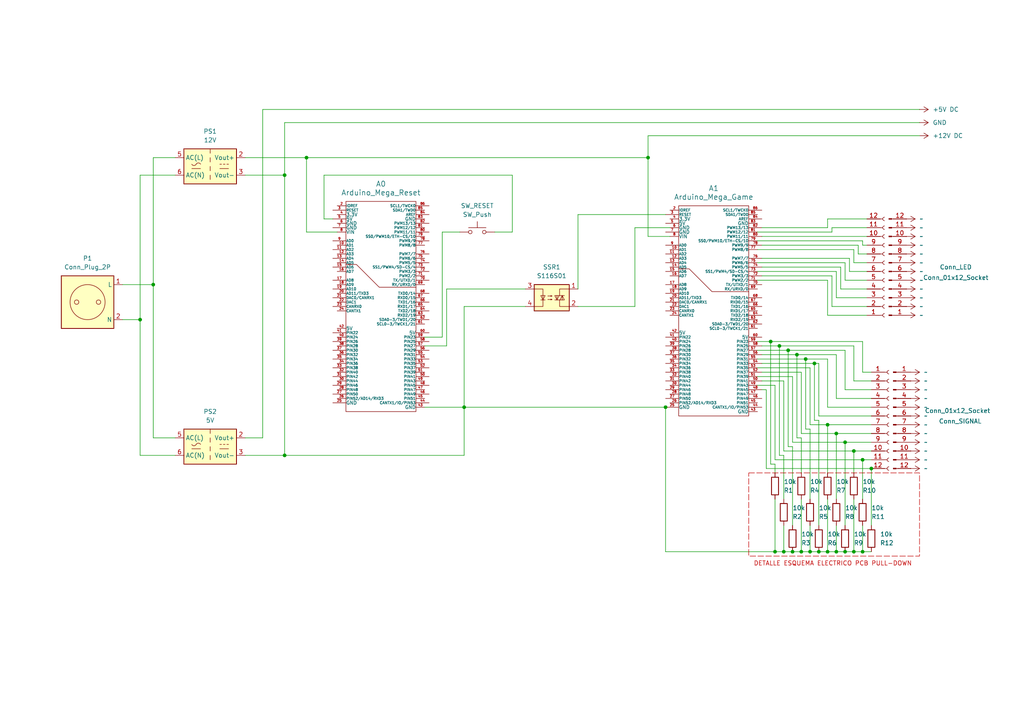
<source format=kicad_sch>
(kicad_sch (version 20231120) (generator "eeschema") (generator_version "8.0")
  (paper "A4")
  (title_block (title "Esquema Eléctrico Fuentes Alimentación") (date "2025-01-29") (company "Andtonic Studios"))
  (lib_symbols
    (symbol "Connector:Conn_01x12_Pin" (pin_names (offset 1.016) hide)
      (property "Reference" "J" (at 0 15.24 0))
      (property "Value" "Conn_01x12_Pin" (at 0 -17.78 0))
      (symbol "Conn_01x12_Pin_1_1"
        (polyline (pts (xy 1.27 -15.24) (xy 0.8636 -15.24)) (stroke (width 0.1524)))
        (polyline (pts (xy 1.27 -12.7) (xy 0.8636 -12.7)) (stroke (width 0.1524)))
        (polyline (pts (xy 1.27 -10.16) (xy 0.8636 -10.16)) (stroke (width 0.1524)))
        (polyline (pts (xy 1.27 -7.62) (xy 0.8636 -7.62)) (stroke (width 0.1524)))
        (polyline (pts (xy 1.27 -5.08) (xy 0.8636 -5.08)) (stroke (width 0.1524)))
        (polyline (pts (xy 1.27 -2.54) (xy 0.8636 -2.54)) (stroke (width 0.1524)))
        (polyline (pts (xy 1.27 0) (xy 0.8636 0)) (stroke (width 0.1524)))
        (polyline (pts (xy 1.27 2.54) (xy 0.8636 2.54)) (stroke (width 0.1524)))
        (polyline (pts (xy 1.27 5.08) (xy 0.8636 5.08)) (stroke (width 0.1524)))
        (polyline (pts (xy 1.27 7.62) (xy 0.8636 7.62)) (stroke (width 0.1524)))
        (polyline (pts (xy 1.27 10.16) (xy 0.8636 10.16)) (stroke (width 0.1524)))
        (polyline (pts (xy 1.27 12.7) (xy 0.8636 12.7)) (stroke (width 0.1524)))
        (rectangle (start 0.8636 -15.113) (end 0 -15.367) (stroke (width 0.1524)) (fill (type outline)))
        (rectangle (start 0.8636 -12.573) (end 0 -12.827) (stroke (width 0.1524)) (fill (type outline)))
        (rectangle (start 0.8636 -10.033) (end 0 -10.287) (stroke (width 0.1524)) (fill (type outline)))
        (rectangle (start 0.8636 -7.493) (end 0 -7.747) (stroke (width 0.1524)) (fill (type outline)))
        (rectangle (start 0.8636 -4.953) (end 0 -5.207) (stroke (width 0.1524)) (fill (type outline)))
        (rectangle (start 0.8636 -2.413) (end 0 -2.667) (stroke (width 0.1524)) (fill (type outline)))
        (rectangle (start 0.8636 0.127) (end 0 -0.127) (stroke (width 0.1524)) (fill (type outline)))
        (rectangle (start 0.8636 2.667) (end 0 2.413) (stroke (width 0.1524)) (fill (type outline)))
        (rectangle (start 0.8636 5.207) (end 0 4.953) (stroke (width 0.1524)) (fill (type outline)))
        (rectangle (start 0.8636 7.747) (end 0 7.493) (stroke (width 0.1524)) (fill (type outline)))
        (rectangle (start 0.8636 10.287) (end 0 10.033) (stroke (width 0.1524)) (fill (type outline)))
        (rectangle (start 0.8636 12.827) (end 0 12.573) (stroke (width 0.1524)) (fill (type outline)))
        (pin passive line (at 5.08 12.7 180) (length 3.81) (name "Pin_1") (number "1"))
        (pin passive line (at 5.08 -10.16 180) (length 3.81) (name "Pin_10") (number "10"))
        (pin passive line (at 5.08 -12.7 180) (length 3.81) (name "Pin_11") (number "11"))
        (pin passive line (at 5.08 -15.24 180) (length 3.81) (name "Pin_12") (number "12"))
        (pin passive line (at 5.08 10.16 180) (length 3.81) (name "Pin_2") (number "2"))
        (pin passive line (at 5.08 7.62 180) (length 3.81) (name "Pin_3") (number "3"))
        (pin passive line (at 5.08 5.08 180) (length 3.81) (name "Pin_4") (number "4"))
        (pin passive line (at 5.08 2.54 180) (length 3.81) (name "Pin_5") (number "5"))
        (pin passive line (at 5.08 0 180) (length 3.81) (name "Pin_6") (number "6"))
        (pin passive line (at 5.08 -2.54 180) (length 3.81) (name "Pin_7") (number "7"))
        (pin passive line (at 5.08 -5.08 180) (length 3.81) (name "Pin_8") (number "8"))
        (pin passive line (at 5.08 -7.62 180) (length 3.81) (name "Pin_9") (number "9"))
      )
    )
    (symbol "Connector:Conn_01x12_Socket" (pin_names (offset 1.016) hide)
      (property "Reference" "J" (at 0 15.24 0))
      (property "Value" "Conn_01x12_Socket" (at 0 -17.78 0))
      (symbol "Conn_01x12_Socket_1_1"
        (arc (start 0 -14.732) (mid -0.5058 -15.24) (end 0 -15.748) (stroke (width 0.1524)))
        (arc (start 0 -12.192) (mid -0.5058 -12.7) (end 0 -13.208) (stroke (width 0.1524)))
        (arc (start 0 -9.652) (mid -0.5058 -10.16) (end 0 -10.668) (stroke (width 0.1524)))
        (arc (start 0 -7.112) (mid -0.5058 -7.62) (end 0 -8.128) (stroke (width 0.1524)))
        (arc (start 0 -4.572) (mid -0.5058 -5.08) (end 0 -5.588) (stroke (width 0.1524)))
        (arc (start 0 -2.032) (mid -0.5058 -2.54) (end 0 -3.048) (stroke (width 0.1524)))
        (polyline (pts (xy -1.27 -15.24) (xy -0.508 -15.24)) (stroke (width 0.1524)))
        (polyline (pts (xy -1.27 -12.7) (xy -0.508 -12.7)) (stroke (width 0.1524)))
        (polyline (pts (xy -1.27 -10.16) (xy -0.508 -10.16)) (stroke (width 0.1524)))
        (polyline (pts (xy -1.27 -7.62) (xy -0.508 -7.62)) (stroke (width 0.1524)))
        (polyline (pts (xy -1.27 -5.08) (xy -0.508 -5.08)) (stroke (width 0.1524)))
        (polyline (pts (xy -1.27 -2.54) (xy -0.508 -2.54)) (stroke (width 0.1524)))
        (polyline (pts (xy -1.27 0) (xy -0.508 0)) (stroke (width 0.1524)))
        (polyline (pts (xy -1.27 2.54) (xy -0.508 2.54)) (stroke (width 0.1524)))
        (polyline (pts (xy -1.27 5.08) (xy -0.508 5.08)) (stroke (width 0.1524)))
        (polyline (pts (xy -1.27 7.62) (xy -0.508 7.62)) (stroke (width 0.1524)))
        (polyline (pts (xy -1.27 10.16) (xy -0.508 10.16)) (stroke (width 0.1524)))
        (polyline (pts (xy -1.27 12.7) (xy -0.508 12.7)) (stroke (width 0.1524)))
        (arc (start 0 0.508) (mid -0.5058 0) (end 0 -0.508) (stroke (width 0.1524)))
        (arc (start 0 3.048) (mid -0.5058 2.54) (end 0 2.032) (stroke (width 0.1524)))
        (arc (start 0 5.588) (mid -0.5058 5.08) (end 0 4.572) (stroke (width 0.1524)))
        (arc (start 0 8.128) (mid -0.5058 7.62) (end 0 7.112) (stroke (width 0.1524)))
        (arc (start 0 10.668) (mid -0.5058 10.16) (end 0 9.652) (stroke (width 0.1524)))
        (arc (start 0 13.208) (mid -0.5058 12.7) (end 0 12.192) (stroke (width 0.1524)))
        (pin passive line (at -5.08 12.7 0) (length 3.81) (name "Pin_1") (number "1"))
        (pin passive line (at -5.08 -10.16 0) (length 3.81) (name "Pin_10") (number "10"))
        (pin passive line (at -5.08 -12.7 0) (length 3.81) (name "Pin_11") (number "11"))
        (pin passive line (at -5.08 -15.24 0) (length 3.81) (name "Pin_12") (number "12"))
        (pin passive line (at -5.08 10.16 0) (length 3.81) (name "Pin_2") (number "2"))
        (pin passive line (at -5.08 7.62 0) (length 3.81) (name "Pin_3") (number "3"))
        (pin passive line (at -5.08 5.08 0) (length 3.81) (name "Pin_4") (number "4"))
        (pin passive line (at -5.08 2.54 0) (length 3.81) (name "Pin_5") (number "5"))
        (pin passive line (at -5.08 0 0) (length 3.81) (name "Pin_6") (number "6"))
        (pin passive line (at -5.08 -2.54 0) (length 3.81) (name "Pin_7") (number "7"))
        (pin passive line (at -5.08 -5.08 0) (length 3.81) (name "Pin_8") (number "8"))
        (pin passive line (at -5.08 -7.62 0) (length 3.81) (name "Pin_9") (number "9"))
      )
    )
    (symbol "Connector:Conn_Plug_2P"
      (property "Reference" "P" (at -7.112 8.636 0))
      (property "Value" "Conn_Plug_2P" (at 0.254 -8.89 0))
      (symbol "Conn_Plug_2P_0_1"
        (circle (center 0 0) (radius 5.08))
      )
      (symbol "Conn_Plug_2P_1_1"
        (rectangle (start -7.62 7.62) (end 7.62 -7.62) (stroke (width 0.254)) (fill (type background)))
        (circle (center -3.175 0) (radius 0.635))
        (circle (center 3.175 0) (radius 0.635))
        (pin power_in line (at 10.16 5.08 180) (length 2.54) (name "L") (number "1"))
        (pin power_out line (at 10.16 -5.08 180) (length 2.54) (name "N") (number "2"))
      )
    )
    (symbol "Converter_ACDC:TMLM04105"
      (property "Reference" "PS" (at 0 6.35 0))
      (property "Value" "TMLM04105" (at 0 -6.35 0))
      (symbol "TMLM04105_0_1"
        (rectangle (start -7.62 5.08) (end 7.62 -5.08) (stroke (width 0.254)) (fill (type background)))
        (arc (start -5.334 0.635) (mid -4.699 0.2495) (end -4.064 0.635))
        (arc (start -2.794 0.635) (mid -3.429 1.0072) (end -4.064 0.635))
        (polyline (pts (xy -5.334 -0.635) (xy -2.794 -0.635)))
        (polyline (pts (xy 0 -2.54) (xy 0 -3.81)))
        (polyline (pts (xy 0 0) (xy 0 -1.27)))
        (polyline (pts (xy 0 2.54) (xy 0 1.27)))
        (polyline (pts (xy 0 5.08) (xy 0 3.81)))
        (polyline (pts (xy 2.794 -0.635) (xy 5.334 -0.635)))
        (polyline (pts (xy 2.794 0.635) (xy 3.302 0.635)))
        (polyline (pts (xy 3.81 0.635) (xy 4.318 0.635)))
        (polyline (pts (xy 4.826 0.635) (xy 5.334 0.635)))
      )
      (symbol "TMLM04105_1_1"
        (pin power_out line (at 10.16 2.54 180) (length 2.54) (name "Vout+") (number "2"))
        (pin power_out line (at 10.16 -2.54 180) (length 2.54) (name "Vout-") (number "3"))
        (pin power_in line (at -10.16 2.54 0) (length 2.54) (name "AC(L)") (number "5"))
        (pin power_in line (at -10.16 -2.54 0) (length 2.54) (name "AC(N)") (number "6"))
      )
    )
    (symbol "Device:R" (pin_numbers hide) (pin_names (offset 0))
      (property "Reference" "R" (at 2.032 0 90))
      (property "Value" "R" (at 0 0 90))
      (symbol "R_0_1"
        (rectangle (start -1.016 -2.54) (end 1.016 2.54) (stroke (width 0.254)))
      )
      (symbol "R_1_1"
        (pin passive line (at 0 3.81 270) (length 1.27) (name "~") (number "1"))
        (pin passive line (at 0 -3.81 90) (length 1.27) (name "~") (number "2"))
      )
    )
    (symbol "Relay_SolidState:S116S01"
      (property "Reference" "U" (at -5.08 5.08 0))
      (property "Value" "S116S01" (at 0 5.08 0))
      (symbol "S116S01_0_1"
        (rectangle (start -5.08 3.81) (end 5.08 -3.81) (stroke (width 0.254)) (fill (type background)))
        (polyline (pts (xy -3.175 -0.635) (xy -1.905 -0.635)))
        (polyline (pts (xy 1.524 -0.635) (xy 1.524 0.635)))
        (polyline (pts (xy 3.048 0.635) (xy 3.048 -0.635)))
        (polyline (pts (xy 2.286 -0.635) (xy 2.286 -2.54) (xy 5.08 -2.54)))
        (polyline (pts (xy 2.286 0.635) (xy 2.286 2.54) (xy 5.08 2.54)))
        (polyline (pts (xy -5.08 2.54) (xy -2.54 2.54) (xy -2.54 -2.54) (xy -5.08 -2.54)))
        (polyline (pts (xy -2.54 -0.635) (xy -3.175 0.635) (xy -1.905 0.635) (xy -2.54 -0.635)))
        (polyline (pts (xy 0.889 -0.635) (xy 3.683 -0.635) (xy 3.048 0.635) (xy 2.413 -0.635)))
        (polyline (pts (xy 3.683 0.635) (xy 0.889 0.635) (xy 1.524 -0.635) (xy 2.159 0.635)))
        (polyline (pts (xy -1.143 -0.508) (xy 0.127 -0.508) (xy -0.254 -0.635) (xy -0.254 -0.381) (xy 0.127 -0.508)))
        (polyline (pts (xy -1.143 0.508) (xy 0.127 0.508) (xy -0.254 0.381) (xy -0.254 0.635) (xy 0.127 0.508)))
      )
      (symbol "S116S01_1_1"
        (pin passive line (at 7.62 2.54 180) (length 2.54) (name "~") (number "1"))
        (pin passive line (at 7.62 -2.54 180) (length 2.54) (name "~") (number "2"))
        (pin passive line (at -7.62 2.54 0) (length 2.54) (name "~") (number "3"))
        (pin passive line (at -7.62 -2.54 0) (length 2.54) (name "~") (number "4"))
      )
    )
    (symbol "Switch:SW_Push" (pin_numbers hide) (pin_names (offset 1.016) hide)
      (property "Reference" "SW" (at 1.27 2.54 0))
      (property "Value" "SW_Push" (at 0 -1.524 0))
      (symbol "SW_Push_0_1"
        (circle (center -2.032 0) (radius 0.508))
        (polyline (pts (xy 0 1.27) (xy 0 3.048)))
        (polyline (pts (xy 2.54 1.27) (xy -2.54 1.27)))
        (circle (center 2.032 0) (radius 0.508))
        (pin passive line (at -5.08 0 0) (length 2.54) (name "1") (number "1"))
        (pin passive line (at 5.08 0 180) (length 2.54) (name "2") (number "2"))
      )
    )
    (symbol "power:+5V" (power) (pin_numbers hide) (pin_names (offset 0) hide)
      (property "Value" "+5V" (at 0 3.556 0))
      (symbol "+5V_0_1"
        (polyline (pts (xy -0.762 1.27) (xy 0 2.54)))
        (polyline (pts (xy 0 0) (xy 0 2.54)))
        (polyline (pts (xy 0 2.54) (xy 0.762 1.27)))
      )
      (symbol "+5V_1_1"
        (pin power_in line (at 0 0 90) (length 0) (name "~") (number "1"))
      )
    )
    (symbol "w_connectors:Arduino_Mega_Header" (pin_names (offset 0.0254))
      (property "Reference" "J" (at 0 31.75 0))
      (property "Value" "Arduino_Mega_Header" (at 0 -31.75 0))
      (symbol "Arduino_Mega_Header_0_1"
        (polyline (pts (xy -8.636 12.192) (xy -9.652 12.192)))
        (polyline (pts (xy 10.16 5.588) (xy -0.508 5.588) (xy -7.112 12.192) (xy -10.16 12.192)))
        (rectangle (start 10.16 -30.48) (end -10.16 30.48))
      )
      (symbol "Arduino_Mega_Header_1_1"
        (pin passive line (at -12.7 17.78 0) (length 2.54) (name "AD1") (number "10"))
        (pin passive line (at -13.97 16.51 0) (length 3.81) (name "AD2") (number "11"))
        (pin passive line (at -12.7 15.24 0) (length 2.54) (name "AD3") (number "12"))
        (pin passive line (at -13.97 13.97 0) (length 3.81) (name "AD4") (number "13"))
        (pin passive line (at -12.7 12.7 0) (length 2.54) (name "AD5") (number "14"))
        (pin passive line (at -13.97 11.43 0) (length 3.81) (name "AD6") (number "15"))
        (pin passive line (at -12.7 10.16 0) (length 2.54) (name "AD7") (number "16"))
        (pin passive line (at -13.97 7.62 0) (length 3.81) (name "AD8") (number "17"))
        (pin passive line (at -12.7 6.35 0) (length 2.54) (name "AD9") (number "18"))
        (pin passive line (at -13.97 5.08 0) (length 3.81) (name "AD10") (number "19"))
        (pin passive line (at -12.7 29.21 0) (length 2.54) (name "IOREF") (number "2"))
        (pin passive line (at -12.7 3.81 0) (length 2.54) (name "AD11/TXD3") (number "20"))
        (pin passive line (at -13.97 2.54 0) (length 3.81) (name "DAC0/CANRX1") (number "21"))
        (pin passive line (at -12.7 1.27 0) (length 2.54) (name "DAC1") (number "22"))
        (pin passive line (at -13.97 0 0) (length 3.81) (name "CANRX0") (number "23"))
        (pin passive line (at -12.7 -1.27 0) (length 2.54) (name "CANTX1") (number "24"))
        (pin passive line (at -13.97 -27.94 0) (length 3.81) (name "GND") (number "25"))
        (pin passive line (at -12.7 -26.67 0) (length 2.54) (name "PIN52/AD14/RXD3") (number "26"))
        (pin passive line (at -13.97 -25.4 0) (length 3.81) (name "PIN50") (number "27"))
        (pin passive line (at -12.7 -24.13 0) (length 2.54) (name "PIN48") (number "28"))
        (pin passive line (at -13.97 -22.86 0) (length 3.81) (name "PIN46") (number "29"))
        (pin passive line (at -13.97 27.94 0) (length 3.81) (name "RESET") (number "3"))
        (pin passive line (at -12.7 -21.59 0) (length 2.54) (name "PIN44") (number "30"))
        (pin passive line (at -13.97 -20.32 0) (length 3.81) (name "PIN42") (number "31"))
        (pin passive line (at -12.7 -19.05 0) (length 2.54) (name "PIN40") (number "32"))
        (pin passive line (at -13.97 -17.78 0) (length 3.81) (name "PIN38") (number "33"))
        (pin passive line (at -12.7 -16.51 0) (length 2.54) (name "PIN36") (number "34"))
        (pin passive line (at -13.97 -15.24 0) (length 3.81) (name "PIN34") (number "35"))
        (pin passive line (at -12.7 -13.97 0) (length 2.54) (name "PIN32") (number "36"))
        (pin passive line (at -13.97 -12.7 0) (length 3.81) (name "PIN30") (number "37"))
        (pin passive line (at -12.7 -11.43 0) (length 2.54) (name "PIN28") (number "38"))
        (pin passive line (at -13.97 -10.16 0) (length 3.81) (name "PIN26") (number "39"))
        (pin passive line (at -12.7 26.67 0) (length 2.54) (name "3.3V") (number "4"))
        (pin passive line (at -12.7 -8.89 0) (length 2.54) (name "PIN24") (number "40"))
        (pin passive line (at -13.97 -7.62 0) (length 3.81) (name "PIN22") (number "41"))
        (pin passive line (at -12.7 -6.35 0) (length 2.54) (name "5V") (number "42"))
        (pin passive line (at 12.7 -29.21 180) (length 2.54) (name "GND") (number "43"))
        (pin passive line (at 13.97 -27.94 180) (length 3.81) (name "CANTX1/IO/PIN53") (number "44"))
        (pin passive line (at 12.7 -26.67 180) (length 2.54) (name "PIN51") (number "45"))
        (pin passive line (at 13.97 -25.4 180) (length 3.81) (name "PIN49") (number "46"))
        (pin passive line (at 12.7 -24.13 180) (length 2.54) (name "PIN47") (number "47"))
        (pin passive line (at 13.97 -22.86 180) (length 3.81) (name "PIN45") (number "48"))
        (pin passive line (at 12.7 -21.59 180) (length 2.54) (name "PIN43") (number "49"))
        (pin passive line (at -13.97 25.4 0) (length 3.81) (name "5V") (number "5"))
        (pin passive line (at 13.97 -20.32 180) (length 3.81) (name "PIN41") (number "50"))
        (pin passive line (at 12.7 -19.05 180) (length 2.54) (name "PIN39") (number "51"))
        (pin passive line (at 13.97 -17.78 180) (length 3.81) (name "PIN37") (number "52"))
        (pin passive line (at 12.7 -16.51 180) (length 2.54) (name "PIN35") (number "53"))
        (pin passive line (at 13.97 -15.24 180) (length 3.81) (name "PIN33") (number "54"))
        (pin passive line (at 12.7 -13.97 180) (length 2.54) (name "PIN31") (number "55"))
        (pin passive line (at 13.97 -12.7 180) (length 3.81) (name "PIN29") (number "56"))
        (pin passive line (at 12.7 -11.43 180) (length 2.54) (name "PIN27") (number "57"))
        (pin passive line (at 13.97 -10.16 180) (length 3.81) (name "PIN25") (number "58"))
        (pin passive line (at 12.7 -8.89 180) (length 2.54) (name "PIN23") (number "59"))
        (pin passive line (at -12.7 24.13 0) (length 2.54) (name "GND") (number "6"))
        (pin passive line (at 13.97 -7.62 180) (length 3.81) (name "5V") (number "60"))
        (pin passive line (at 12.7 -5.08 180) (length 2.54) (name "SCL0-3/TWCK1/21") (number "61"))
        (pin passive line (at 13.97 -3.81 180) (length 3.81) (name "SDA0-3/TWD1/20") (number "62"))
        (pin passive line (at 12.7 -2.54 180) (length 2.54) (name "RXD2/19") (number "63"))
        (pin passive line (at 13.97 -1.27 180) (length 3.81) (name "TXD2/18") (number "64"))
        (pin passive line (at 12.7 0 180) (length 2.54) (name "RXD1/17") (number "65"))
        (pin passive line (at 13.97 1.27 180) (length 3.81) (name "TXD1/16") (number "66"))
        (pin passive line (at 12.7 2.54 180) (length 2.54) (name "RXD0/15") (number "67"))
        (pin passive line (at 13.97 3.81 180) (length 3.81) (name "TXD0/14") (number "68"))
        (pin passive line (at 12.7 6.35 180) (length 2.54) (name "RX/URXD/0") (number "69"))
        (pin passive line (at -13.97 22.86 0) (length 3.81) (name "GND") (number "7"))
        (pin passive line (at 13.97 7.62 180) (length 3.81) (name "TX/UTXD/1") (number "70"))
        (pin passive line (at 12.7 8.89 180) (length 2.54) (name "PWM2/2") (number "71"))
        (pin passive line (at 13.97 10.16 180) (length 3.81) (name "PWM3/3") (number "72"))
        (pin passive line (at 12.7 11.43 180) (length 2.54) (name "SS1/PWM4/SD-CS/4") (number "73"))
        (pin passive line (at 13.97 12.7 180) (length 3.81) (name "PWM5/5") (number "74"))
        (pin passive line (at 12.7 13.97 180) (length 2.54) (name "PWM6/6") (number "75"))
        (pin passive line (at 13.97 15.24 180) (length 3.81) (name "PWM7/7") (number "76"))
        (pin passive line (at 12.7 17.78 180) (length 2.54) (name "PWM8/8") (number "77"))
        (pin passive line (at 13.97 19.05 180) (length 3.81) (name "PWM9/9") (number "78"))
        (pin passive line (at 12.7 20.32 180) (length 2.54) (name "SS0/PWM10/ETH-CS/10") (number "79"))
        (pin passive line (at -12.7 21.59 0) (length 2.54) (name "VIN") (number "8"))
        (pin passive line (at 13.97 21.59 180) (length 3.81) (name "PWM11/11") (number "80"))
        (pin passive line (at 12.7 22.86 180) (length 2.54) (name "PWM12/12") (number "81"))
        (pin passive line (at 13.97 24.13 180) (length 3.81) (name "PWM13/13") (number "82"))
        (pin passive line (at 12.7 25.4 180) (length 2.54) (name "GND") (number "83"))
        (pin passive line (at 13.97 26.67 180) (length 3.81) (name "AREF") (number "84"))
        (pin passive line (at 12.7 27.94 180) (length 2.54) (name "SDA1/TWD0") (number "85"))
        (pin passive line (at 13.97 29.21 180) (length 3.81) (name "SCL1/TWCK0") (number "86"))
        (pin passive line (at -13.97 19.05 0) (length 3.81) (name "AD0") (number "9"))
      )
    )
  )
  (junction (at 223.52 99.06))
  (junction (at 252.73 135.89))
  (junction (at 229.87 160.02))
  (junction (at 40.64 92.71))
  (junction (at 224.79 160.02))
  (junction (at 232.41 160.02))
  (junction (at 234.95 160.02))
  (junction (at 231.14 102.87))
  (junction (at 88.9 45.72))
  (junction (at 250.19 160.02))
  (junction (at 236.22 105.41))
  (junction (at 134.62 118.11))
  (junction (at 227.33 160.02))
  (junction (at 240.03 123.19))
  (junction (at 82.55 132.08))
  (junction (at 247.65 160.02))
  (junction (at 250.19 133.35))
  (junction (at 226.06 100.33))
  (junction (at 44.45 82.55))
  (junction (at 245.11 128.27))
  (junction (at 242.57 160.02))
  (junction (at 242.57 125.73))
  (junction (at 82.55 50.8))
  (junction (at 240.03 160.02))
  (junction (at 237.49 160.02))
  (junction (at 247.65 130.81))
  (junction (at 245.11 160.02))
  (junction (at 233.68 104.14))
  (junction (at 193.04 118.11))
  (junction (at 228.6 101.6))
  (junction (at 187.96 45.72))
  (wire (pts (xy 252.73 123.19) (xy 240.03 123.19)))
  (wire (pts (xy 184.15 66.04) (xy 194.31 66.04)))
  (wire (pts (xy 242.57 160.02) (xy 245.11 160.02)))
  (wire (pts (xy 251.46 63.5) (xy 240.03 63.5)))
  (wire (pts (xy 242.57 115.57) (xy 242.57 102.87)))
  (wire (pts (xy 96.52 63.5) (xy 93.98 63.5)))
  (wire (pts (xy 234.95 152.4) (xy 234.95 160.02)))
  (wire (pts (xy 71.12 45.72) (xy 88.9 45.72)))
  (wire (pts (xy 167.64 88.9) (xy 184.15 88.9)))
  (wire (pts (xy 250.19 99.06) (xy 250.19 107.95)))
  (wire (pts (xy 219.71 104.14) (xy 233.68 104.14)))
  (wire (pts (xy 247.65 110.49) (xy 247.65 100.33)))
  (wire (pts (xy 71.12 50.8) (xy 82.55 50.8)))
  (wire (pts (xy 220.98 74.93) (xy 246.38 74.93)))
  (wire (pts (xy 240.03 63.5) (xy 240.03 66.04)))
  (wire (pts (xy 193.04 160.02) (xy 193.04 118.11)))
  (wire (pts (xy 231.14 102.87) (xy 231.14 127)))
  (wire (pts (xy 220.98 105.41) (xy 236.22 105.41)))
  (wire (pts (xy 219.71 67.31) (xy 241.3 67.31)))
  (wire (pts (xy 224.79 111.76) (xy 219.71 111.76)))
  (wire (pts (xy 233.68 104.14) (xy 233.68 124.46)))
  (wire (pts (xy 246.38 74.93) (xy 246.38 78.74)))
  (wire (pts (xy 44.45 82.55) (xy 44.45 127)))
  (wire (pts (xy 219.71 99.06) (xy 223.52 99.06)))
  (wire (pts (xy 88.9 45.72) (xy 88.9 67.31)))
  (wire (pts (xy 245.11 113.03) (xy 252.73 113.03)))
  (wire (pts (xy 247.65 72.39) (xy 247.65 76.2)))
  (wire (pts (xy 220.98 113.03) (xy 222.25 113.03)))
  (wire (pts (xy 167.64 83.82) (xy 167.64 62.23)))
  (wire (pts (xy 187.96 45.72) (xy 187.96 39.37)))
  (wire (pts (xy 227.33 130.81) (xy 247.65 130.81)))
  (wire (pts (xy 35.56 92.71) (xy 40.64 92.71)))
  (wire (pts (xy 134.62 118.11) (xy 193.04 118.11)))
  (wire (pts (xy 237.49 160.02) (xy 240.03 160.02)))
  (wire (pts (xy 220.98 110.49) (xy 227.33 110.49)))
  (wire (pts (xy 251.46 81.28) (xy 245.11 81.28)))
  (wire (pts (xy 252.73 135.89) (xy 252.73 152.4)))
  (wire (pts (xy 231.14 102.87) (xy 220.98 102.87)))
  (wire (pts (xy 248.92 73.66) (xy 248.92 71.12)))
  (wire (pts (xy 187.96 45.72) (xy 187.96 68.58)))
  (wire (pts (xy 247.65 160.02) (xy 250.19 160.02)))
  (wire (pts (xy 88.9 45.72) (xy 187.96 45.72)))
  (wire (pts (xy 237.49 121.92) (xy 236.22 121.92)))
  (wire (pts (xy 228.6 101.6) (xy 228.6 129.54)))
  (wire (pts (xy 93.98 63.5) (xy 93.98 50.8)))
  (wire (pts (xy 129.54 100.33) (xy 123.19 100.33)))
  (wire (pts (xy 234.95 160.02) (xy 237.49 160.02)))
  (wire (pts (xy 232.41 137.16) (xy 232.41 127)))
  (wire (pts (xy 219.71 101.6) (xy 228.6 101.6)))
  (wire (pts (xy 184.15 88.9) (xy 184.15 66.04)))
  (wire (pts (xy 240.03 144.78) (xy 240.03 160.02)))
  (wire (pts (xy 234.95 123.19) (xy 234.95 106.68)))
  (wire (pts (xy 227.33 110.49) (xy 227.33 130.81)))
  (wire (pts (xy 219.71 69.85) (xy 250.19 69.85)))
  (wire (pts (xy 240.03 118.11) (xy 240.03 104.14)))
  (wire (pts (xy 224.79 160.02) (xy 227.33 160.02)))
  (wire (pts (xy 250.19 133.35) (xy 252.73 133.35)))
  (wire (pts (xy 148.59 50.8) (xy 148.59 67.31)))
  (wire (pts (xy 250.19 69.85) (xy 250.19 71.12)))
  (wire (pts (xy 245.11 160.02) (xy 247.65 160.02)))
  (wire (pts (xy 250.19 107.95) (xy 252.73 107.95)))
  (wire (pts (xy 233.68 104.14) (xy 240.03 104.14)))
  (wire (pts (xy 229.87 128.27) (xy 245.11 128.27)))
  (wire (pts (xy 251.46 73.66) (xy 248.92 73.66)))
  (wire (pts (xy 227.33 132.08) (xy 226.06 132.08)))
  (wire (pts (xy 224.79 133.35) (xy 224.79 111.76)))
  (wire (pts (xy 224.79 144.78) (xy 224.79 160.02)))
  (wire (pts (xy 245.11 128.27) (xy 245.11 152.4)))
  (wire (pts (xy 250.19 71.12) (xy 251.46 71.12)))
  (wire (pts (xy 236.22 121.92) (xy 236.22 105.41)))
  (wire (pts (xy 44.45 45.72) (xy 50.8 45.72)))
  (wire (pts (xy 241.3 67.31) (xy 241.3 66.04)))
  (wire (pts (xy 187.96 39.37) (xy 266.7 39.37)))
  (wire (pts (xy 219.71 106.68) (xy 234.95 106.68)))
  (wire (pts (xy 243.84 83.82) (xy 251.46 83.82)))
  (wire (pts (xy 237.49 120.65) (xy 252.73 120.65)))
  (wire (pts (xy 224.79 134.62) (xy 223.52 134.62)))
  (wire (pts (xy 134.62 118.11) (xy 134.62 132.08)))
  (wire (pts (xy 228.6 101.6) (xy 245.11 101.6)))
  (wire (pts (xy 245.11 128.27) (xy 252.73 128.27)))
  (wire (pts (xy 219.71 78.74) (xy 242.57 78.74)))
  (wire (pts (xy 232.41 127) (xy 231.14 127)))
  (wire (pts (xy 245.11 101.6) (xy 245.11 113.03)))
  (wire (pts (xy 240.03 123.19) (xy 240.03 137.16)))
  (wire (pts (xy 227.33 144.78) (xy 227.33 132.08)))
  (wire (pts (xy 134.62 88.9) (xy 152.4 88.9)))
  (wire (pts (xy 128.27 67.31) (xy 133.35 67.31)))
  (wire (pts (xy 229.87 109.22) (xy 219.71 109.22)))
  (wire (pts (xy 243.84 77.47) (xy 243.84 83.82)))
  (wire (pts (xy 223.52 99.06) (xy 250.19 99.06)))
  (wire (pts (xy 88.9 67.31) (xy 97.79 67.31)))
  (wire (pts (xy 252.73 115.57) (xy 242.57 115.57)))
  (wire (pts (xy 220.98 80.01) (xy 241.3 80.01)))
  (wire (pts (xy 82.55 50.8) (xy 82.55 132.08)))
  (wire (pts (xy 44.45 82.55) (xy 44.45 45.72)))
  (wire (pts (xy 240.03 66.04) (xy 220.98 66.04)))
  (wire (pts (xy 152.4 83.82) (xy 129.54 83.82)))
  (wire (pts (xy 237.49 105.41) (xy 237.49 120.65)))
  (wire (pts (xy 232.41 144.78) (xy 232.41 160.02)))
  (wire (pts (xy 128.27 97.79) (xy 128.27 67.31)))
  (wire (pts (xy 35.56 82.55) (xy 44.45 82.55)))
  (wire (pts (xy 236.22 105.41) (xy 237.49 105.41)))
  (wire (pts (xy 250.19 160.02) (xy 252.73 160.02)))
  (wire (pts (xy 252.73 118.11) (xy 240.03 118.11)))
  (wire (pts (xy 247.65 144.78) (xy 247.65 160.02)))
  (wire (pts (xy 247.65 100.33) (xy 226.06 100.33)))
  (wire (pts (xy 251.46 86.36) (xy 242.57 86.36)))
  (wire (pts (xy 71.12 132.08) (xy 82.55 132.08)))
  (wire (pts (xy 227.33 160.02) (xy 229.87 160.02)))
  (wire (pts (xy 247.65 130.81) (xy 252.73 130.81)))
  (wire (pts (xy 40.64 92.71) (xy 40.64 132.08)))
  (wire (pts (xy 232.41 107.95) (xy 232.41 125.73)))
  (wire (pts (xy 242.57 152.4) (xy 242.57 160.02)))
  (wire (pts (xy 220.98 77.47) (xy 243.84 77.47)))
  (wire (pts (xy 187.96 68.58) (xy 194.31 68.58)))
  (wire (pts (xy 82.55 50.8) (xy 82.55 35.56)))
  (wire (pts (xy 76.2 31.75) (xy 266.7 31.75)))
  (wire (pts (xy 242.57 86.36) (xy 242.57 78.74)))
  (wire (pts (xy 167.64 62.23) (xy 193.04 62.23)))
  (wire (pts (xy 232.41 160.02) (xy 234.95 160.02)))
  (wire (pts (xy 71.12 127) (xy 76.2 127)))
  (wire (pts (xy 223.52 134.62) (xy 223.52 99.06)))
  (wire (pts (xy 40.64 132.08) (xy 50.8 132.08)))
  (wire (pts (xy 234.95 124.46) (xy 233.68 124.46)))
  (wire (pts (xy 240.03 81.28) (xy 219.71 81.28)))
  (wire (pts (xy 44.45 127) (xy 50.8 127)))
  (wire (pts (xy 226.06 100.33) (xy 226.06 132.08)))
  (wire (pts (xy 247.65 76.2) (xy 251.46 76.2)))
  (wire (pts (xy 248.92 71.12) (xy 220.98 71.12)))
  (wire (pts (xy 93.98 50.8) (xy 148.59 50.8)))
  (wire (pts (xy 232.41 125.73) (xy 242.57 125.73)))
  (wire (pts (xy 227.33 152.4) (xy 227.33 160.02)))
  (wire (pts (xy 82.55 35.56) (xy 266.7 35.56)))
  (wire (pts (xy 241.3 66.04) (xy 251.46 66.04)))
  (wire (pts (xy 220.98 68.58) (xy 251.46 68.58)))
  (wire (pts (xy 229.87 129.54) (xy 228.6 129.54)))
  (wire (pts (xy 40.64 50.8) (xy 50.8 50.8)))
  (wire (pts (xy 252.73 110.49) (xy 247.65 110.49)))
  (wire (pts (xy 148.59 67.31) (xy 143.51 67.31)))
  (wire (pts (xy 240.03 123.19) (xy 234.95 123.19)))
  (wire (pts (xy 134.62 88.9) (xy 134.62 118.11)))
  (wire (pts (xy 76.2 127) (xy 76.2 31.75)))
  (wire (pts (xy 250.19 133.35) (xy 250.19 144.78)))
  (wire (pts (xy 250.19 152.4) (xy 250.19 160.02)))
  (wire (pts (xy 123.19 97.79) (xy 128.27 97.79)))
  (wire (pts (xy 234.95 144.78) (xy 234.95 124.46)))
  (wire (pts (xy 134.62 118.11) (xy 123.19 118.11)))
  (wire (pts (xy 40.64 92.71) (xy 40.64 50.8)))
  (wire (pts (xy 224.79 137.16) (xy 224.79 134.62)))
  (wire (pts (xy 237.49 152.4) (xy 237.49 121.92)))
  (wire (pts (xy 240.03 91.44) (xy 240.03 81.28)))
  (wire (pts (xy 134.62 132.08) (xy 82.55 132.08)))
  (wire (pts (xy 242.57 125.73) (xy 242.57 144.78)))
  (wire (pts (xy 229.87 128.27) (xy 229.87 109.22)))
  (wire (pts (xy 241.3 80.01) (xy 241.3 88.9)))
  (wire (pts (xy 246.38 78.74) (xy 251.46 78.74)))
  (wire (pts (xy 224.79 133.35) (xy 250.19 133.35)))
  (wire (pts (xy 245.11 76.2) (xy 219.71 76.2)))
  (wire (pts (xy 229.87 160.02) (xy 232.41 160.02)))
  (wire (pts (xy 220.98 107.95) (xy 232.41 107.95)))
  (wire (pts (xy 251.46 91.44) (xy 240.03 91.44)))
  (wire (pts (xy 226.06 100.33) (xy 220.98 100.33)))
  (wire (pts (xy 247.65 130.81) (xy 247.65 137.16)))
  (wire (pts (xy 222.25 113.03) (xy 222.25 135.89)))
  (wire (pts (xy 129.54 83.82) (xy 129.54 100.33)))
  (wire (pts (xy 242.57 125.73) (xy 252.73 125.73)))
  (wire (pts (xy 222.25 135.89) (xy 252.73 135.89)))
  (wire (pts (xy 240.03 160.02) (xy 242.57 160.02)))
  (wire (pts (xy 224.79 160.02) (xy 193.04 160.02)))
  (wire (pts (xy 245.11 81.28) (xy 245.11 76.2)))
  (wire (pts (xy 241.3 88.9) (xy 251.46 88.9)))
  (wire (pts (xy 242.57 102.87) (xy 231.14 102.87)))
  (wire (pts (xy 219.71 72.39) (xy 247.65 72.39)))
  (wire (pts (xy 229.87 152.4) (xy 229.87 129.54)))
  (rectangle (start 217.17 137.16) (end 266.7 161.29) (stroke (width 0) (type dash) (color 194 0 0 1)))
  (text "DETALLE ESQUEMA ELECTRICO PCB PULL-DOWN" (at 241.554 163.576 0) (effects (font (size 1.27 1.27))))
  (symbol (lib_id "power:+5V") (at 264.16 135.89 270) (unit 1)
    (property "Reference" "#PWR027" (effects (hide yes)))
    (property "Value" "~" (at 267.97 135.89 90) (effects (justify left)))
    (property "Description" "Power symbol creates a global label with name \"+5V\"" (effects (hide yes)))
  )
  (symbol (lib_id "power:+5V") (at 266.7 39.37 270) (unit 1)
    (property "Reference" "#PWR03" (effects (hide yes)))
    (property "Value" "+12V DC" (at 270.51 39.3699 90) (effects (justify left)))
    (property "Description" "Power symbol creates a global label with name \"+5V\"" (effects (hide yes)))
  )
  (symbol (lib_id "Connector:Conn_Plug_2P") (at 25.4 87.63 0) (unit 1)
    (property "Reference" "P1" (at 25.4 74.93 0))
    (property "Value" "Conn_Plug_2P" (at 25.4 77.47 0))
    (property "Description" "2 Pins non-protected generic plug" (effects (hide yes)))
  )
  (symbol (lib_id "Device:R") (at 224.79 140.97 0) (mirror x) (unit 1)
    (property "Reference" "R1" (at 227.33 142.2401 0) (effects (justify left)))
    (property "Value" "10k" (at 227.33 139.7001 0) (effects (justify left)))
    (property "Description" "Resistor" (effects (hide yes)))
  )
  (symbol (lib_id "Device:R") (at 247.65 140.97 0) (mirror x) (unit 1)
    (property "Reference" "R10" (at 250.19 142.2401 0) (effects (justify left)))
    (property "Value" "10k" (at 250.19 139.7001 0) (effects (justify left)))
    (property "Description" "Resistor" (effects (hide yes)))
  )
  (symbol (lib_id "power:+5V") (at 264.16 118.11 270) (unit 1)
    (property "Reference" "#PWR020" (effects (hide yes)))
    (property "Value" "~" (at 267.97 118.11 90) (effects (justify left)))
    (property "Description" "Power symbol creates a global label with name \"+5V\"" (effects (hide yes)))
  )
  (symbol (lib_id "power:+5V") (at 262.89 66.04 270) (unit 1)
    (property "Reference" "#PWR05" (effects (hide yes)))
    (property "Value" "~" (at 266.7 66.04 90) (effects (justify left)))
    (property "Description" "Power symbol creates a global label with name \"+5V\"" (effects (hide yes)))
  )
  (symbol (lib_id "Device:R") (at 232.41 140.97 0) (mirror x) (unit 1)
    (property "Reference" "R4" (at 234.95 142.2401 0) (effects (justify left)))
    (property "Value" "10k" (at 234.95 139.7001 0) (effects (justify left)))
    (property "Description" "Resistor" (effects (hide yes)))
  )
  (symbol (lib_id "Converter_ACDC:TMLM04105") (at 60.96 48.26 0) (unit 1)
    (property "Reference" "PS1" (at 60.96 38.1 0))
    (property "Value" "12V" (at 60.96 40.64 0))
    (property "Footprint" "Converter_ACDC:Converter_ACDC_TRACO_TMLM-04_THT" (effects (hide yes)))
    (property "Datasheet" "https://www.tracopower.com/products/tmlm.pdf" (effects (hide yes)))
    (property "Description" "5V 800mA AC/DC low noise power module" (effects (hide yes)))
  )
  (symbol (lib_id "power:+5V") (at 262.89 86.36 270) (unit 1)
    (property "Reference" "#PWR013" (effects (hide yes)))
    (property "Value" "~" (at 266.7 86.36 90) (effects (justify left)))
    (property "Description" "Power symbol creates a global label with name \"+5V\"" (effects (hide yes)))
  )
  (symbol (lib_id "power:+5V") (at 262.89 91.44 270) (unit 1)
    (property "Reference" "#PWR015" (effects (hide yes)))
    (property "Value" "~" (at 266.7 91.44 90) (effects (justify left)))
    (property "Description" "Power symbol creates a global label with name \"+5V\"" (effects (hide yes)))
  )
  (symbol (lib_id "Connector:Conn_01x12_Pin") (at 257.81 78.74 0) (mirror x) (unit 1)
    (property "Reference" "J3" (effects (hide yes)))
    (property "Value" "Conn_01x12_Pin" (effects (hide yes)))
    (property "Description" "Generic connector, single row, 01x12, script generated" (effects (hide yes)))
  )
  (symbol (lib_id "Connector:Conn_01x12_Socket") (at 257.81 120.65 0) (unit 1)
    (property "Reference" "Conn_SIGNAL" (at 272.288 122.174 0) (effects (justify left)))
    (property "Value" "Conn_01x12_Socket" (at 268.224 119.126 0) (effects (justify left)))
    (property "Description" "Generic connector, single row, 01x12, script generated" (effects (hide yes)))
  )
  (symbol (lib_id "Switch:SW_Push") (at 138.43 67.31 0) (unit 1)
    (property "Reference" "SW_RESET" (at 138.43 59.69 0))
    (property "Value" "SW_Push" (at 138.43 62.23 0))
    (property "Description" "Push button switch, generic, two pins" (effects (hide yes)))
  )
  (symbol (lib_id "Device:R") (at 245.11 156.21 0) (mirror x) (unit 1)
    (property "Reference" "R9" (at 247.65 157.4801 0) (effects (justify left)))
    (property "Value" "10k" (at 247.65 154.9401 0) (effects (justify left)))
    (property "Description" "Resistor" (effects (hide yes)))
  )
  (symbol (lib_id "Device:R") (at 237.49 156.21 0) (mirror x) (unit 1)
    (property "Reference" "R6" (at 240.03 157.4801 0) (effects (justify left)))
    (property "Value" "10k" (at 240.03 154.9401 0) (effects (justify left)))
    (property "Description" "Resistor" (effects (hide yes)))
  )
  (symbol (lib_id "w_connectors:Arduino_Mega_Header") (at 110.49 88.9 0) (unit 1)
    (property "Reference" "A0" (at 110.49 53.34 0) (effects (font (size 1.524 1.524))))
    (property "Value" "Arduino_Mega_Reset" (at 110.49 55.88 0) (effects (font (size 1.524 1.524))))
  )
  (symbol (lib_id "power:+5V") (at 264.16 123.19 270) (unit 1)
    (property "Reference" "#PWR022" (effects (hide yes)))
    (property "Value" "~" (at 267.97 123.19 90) (effects (justify left)))
    (property "Description" "Power symbol creates a global label with name \"+5V\"" (effects (hide yes)))
  )
  (symbol (lib_id "power:+5V") (at 264.16 113.03 270) (unit 1)
    (property "Reference" "#PWR018" (effects (hide yes)))
    (property "Value" "~" (at 267.97 113.03 90) (effects (justify left)))
    (property "Description" "Power symbol creates a global label with name \"+5V\"" (effects (hide yes)))
  )
  (symbol (lib_id "Device:R") (at 229.87 156.21 0) (mirror x) (unit 1)
    (property "Reference" "R3" (at 232.41 157.4801 0) (effects (justify left)))
    (property "Value" "10k" (at 232.41 154.9401 0) (effects (justify left)))
    (property "Description" "Resistor" (effects (hide yes)))
  )
  (symbol (lib_id "power:+5V") (at 262.89 88.9 270) (unit 1)
    (property "Reference" "#PWR014" (effects (hide yes)))
    (property "Value" "~" (at 266.7 88.9 90) (effects (justify left)))
    (property "Description" "Power symbol creates a global label with name \"+5V\"" (effects (hide yes)))
  )
  (symbol (lib_id "Connector:Conn_01x12_Pin") (at 259.08 120.65 0) (unit 1)
    (property "Reference" "J4" (effects (hide yes)))
    (property "Value" "Conn_01x12_Pin" (effects (hide yes)))
    (property "Description" "Generic connector, single row, 01x12, script generated" (effects (hide yes)))
  )
  (symbol (lib_id "power:+5V") (at 262.89 76.2 270) (unit 1)
    (property "Reference" "#PWR09" (effects (hide yes)))
    (property "Value" "~" (at 266.7 76.2 90) (effects (justify left)))
    (property "Description" "Power symbol creates a global label with name \"+5V\"" (effects (hide yes)))
  )
  (symbol (lib_id "power:+5V") (at 264.16 133.35 270) (unit 1)
    (property "Reference" "#PWR026" (effects (hide yes)))
    (property "Value" "~" (at 267.97 133.35 90) (effects (justify left)))
    (property "Description" "Power symbol creates a global label with name \"+5V\"" (effects (hide yes)))
  )
  (symbol (lib_id "Device:R") (at 252.73 156.21 0) (mirror x) (unit 1)
    (property "Reference" "R12" (at 255.27 157.4801 0) (effects (justify left)))
    (property "Value" "10k" (at 255.27 154.9401 0) (effects (justify left)))
    (property "Description" "Resistor" (effects (hide yes)))
  )
  (symbol (lib_id "power:+5V") (at 262.89 73.66 270) (unit 1)
    (property "Reference" "#PWR08" (effects (hide yes)))
    (property "Value" "~" (at 266.7 73.66 90) (effects (justify left)))
    (property "Description" "Power symbol creates a global label with name \"+5V\"" (effects (hide yes)))
  )
  (symbol (lib_id "power:+5V") (at 262.89 81.28 270) (unit 1)
    (property "Reference" "#PWR011" (effects (hide yes)))
    (property "Value" "~" (at 266.7 81.28 90) (effects (justify left)))
    (property "Description" "Power symbol creates a global label with name \"+5V\"" (effects (hide yes)))
  )
  (symbol (lib_id "power:+5V") (at 264.16 128.27 270) (unit 1)
    (property "Reference" "#PWR024" (effects (hide yes)))
    (property "Value" "~" (at 267.97 128.27 90) (effects (justify left)))
    (property "Description" "Power symbol creates a global label with name \"+5V\"" (effects (hide yes)))
  )
  (symbol (lib_id "w_connectors:Arduino_Mega_Header") (at 207.01 90.17 0) (unit 1)
    (property "Reference" "A1" (at 207.01 54.61 0) (effects (font (size 1.524 1.524))))
    (property "Value" "Arduino_Mega_Game" (at 207.01 57.15 0) (effects (font (size 1.524 1.524))))
  )
  (symbol (lib_id "power:+5V") (at 262.89 71.12 270) (unit 1)
    (property "Reference" "#PWR07" (effects (hide yes)))
    (property "Value" "~" (at 266.7 71.12 90) (effects (justify left)))
    (property "Description" "Power symbol creates a global label with name \"+5V\"" (effects (hide yes)))
  )
  (symbol (lib_id "power:+5V") (at 264.16 125.73 270) (unit 1)
    (property "Reference" "#PWR023" (effects (hide yes)))
    (property "Value" "~" (at 267.97 125.73 90) (effects (justify left)))
    (property "Description" "Power symbol creates a global label with name \"+5V\"" (effects (hide yes)))
  )
  (symbol (lib_id "Converter_ACDC:TMLM04105") (at 60.96 129.54 0) (unit 1)
    (property "Reference" "PS2" (at 60.96 119.38 0))
    (property "Value" "5V" (at 60.96 121.92 0))
    (property "Footprint" "Converter_ACDC:Converter_ACDC_TRACO_TMLM-04_THT" (effects (hide yes)))
    (property "Datasheet" "https://www.tracopower.com/products/tmlm.pdf" (effects (hide yes)))
    (property "Description" "5V 800mA AC/DC low noise power module" (effects (hide yes)))
  )
  (symbol (lib_id "power:+5V") (at 266.7 31.75 270) (unit 1)
    (property "Reference" "#PWR01" (effects (hide yes)))
    (property "Value" "+5V DC" (at 270.51 31.7499 90) (effects (justify left)))
    (property "Description" "Power symbol creates a global label with name \"+5V\"" (effects (hide yes)))
  )
  (symbol (lib_id "Relay_SolidState:S116S01") (at 160.02 86.36 0) (unit 1)
    (property "Reference" "SSR1" (at 160.02 77.47 0))
    (property "Value" "S116S01" (at 160.02 80.01 0))
    (property "Footprint" "Package_SIP:SIP4_Sharp-SSR_P7.62mm_Straight" (effects (hide yes)))
    (property "Datasheet" "http://www.sharp-world.com/products/device/lineup/data/pdf/datasheet/s116s01_e.pdf" (effects (hide yes)))
    (property "Description" "Random Phase Opto-Triac, Vdrm 400V, Ift 8mA, IT 16A" (effects (hide yes)))
  )
  (symbol (lib_id "Device:R") (at 242.57 148.59 0) (mirror x) (unit 1)
    (property "Reference" "R8" (at 245.11 149.8601 0) (effects (justify left)))
    (property "Value" "10k" (at 245.11 147.3201 0) (effects (justify left)))
    (property "Description" "Resistor" (effects (hide yes)))
  )
  (symbol (lib_id "power:+5V") (at 264.16 110.49 270) (unit 1)
    (property "Reference" "#PWR017" (effects (hide yes)))
    (property "Value" "~" (at 267.97 110.49 90) (effects (justify left)))
    (property "Description" "Power symbol creates a global label with name \"+5V\"" (effects (hide yes)))
  )
  (symbol (lib_id "power:+5V") (at 266.7 35.56 270) (unit 1)
    (property "Reference" "#PWR02" (effects (hide yes)))
    (property "Value" "GND" (at 270.51 35.5599 90) (effects (justify left)))
    (property "Description" "Power symbol creates a global label with name \"+5V\"" (effects (hide yes)))
  )
  (symbol (lib_id "power:+5V") (at 262.89 83.82 270) (unit 1)
    (property "Reference" "#PWR012" (effects (hide yes)))
    (property "Value" "~" (at 266.7 83.82 90) (effects (justify left)))
    (property "Description" "Power symbol creates a global label with name \"+5V\"" (effects (hide yes)))
  )
  (symbol (lib_id "power:+5V") (at 262.89 63.5 270) (unit 1)
    (property "Reference" "#PWR04" (effects (hide yes)))
    (property "Value" "~" (at 266.7 63.5 90) (effects (justify left)))
    (property "Description" "Power symbol creates a global label with name \"+5V\"" (effects (hide yes)))
  )
  (symbol (lib_id "Device:R") (at 250.19 148.59 0) (mirror x) (unit 1)
    (property "Reference" "R11" (at 252.73 149.8601 0) (effects (justify left)))
    (property "Value" "10k" (at 252.73 147.3201 0) (effects (justify left)))
    (property "Description" "Resistor" (effects (hide yes)))
  )
  (symbol (lib_id "Device:R") (at 227.33 148.59 0) (mirror x) (unit 1)
    (property "Reference" "R2" (at 229.87 149.8601 0) (effects (justify left)))
    (property "Value" "10k" (at 229.87 147.3201 0) (effects (justify left)))
    (property "Description" "Resistor" (effects (hide yes)))
  )
  (symbol (lib_id "power:+5V") (at 264.16 115.57 270) (unit 1)
    (property "Reference" "#PWR019" (effects (hide yes)))
    (property "Value" "~" (at 267.97 115.57 90) (effects (justify left)))
    (property "Description" "Power symbol creates a global label with name \"+5V\"" (effects (hide yes)))
  )
  (symbol (lib_id "power:+5V") (at 264.16 120.65 270) (unit 1)
    (property "Reference" "#PWR021" (effects (hide yes)))
    (property "Value" "~" (at 267.97 120.65 90) (effects (justify left)))
    (property "Description" "Power symbol creates a global label with name \"+5V\"" (effects (hide yes)))
  )
  (symbol (lib_id "power:+5V") (at 264.16 107.95 270) (unit 1)
    (property "Reference" "#PWR016" (effects (hide yes)))
    (property "Value" "~" (at 267.97 107.95 90) (effects (justify left)))
    (property "Description" "Power symbol creates a global label with name \"+5V\"" (effects (hide yes)))
  )
  (symbol (lib_id "power:+5V") (at 262.89 68.58 270) (unit 1)
    (property "Reference" "#PWR06" (effects (hide yes)))
    (property "Value" "~" (at 266.7 68.58 90) (effects (justify left)))
    (property "Description" "Power symbol creates a global label with name \"+5V\"" (effects (hide yes)))
  )
  (symbol (lib_id "Device:R") (at 234.95 148.59 0) (mirror x) (unit 1)
    (property "Reference" "R5" (at 237.49 149.8601 0) (effects (justify left)))
    (property "Value" "10k" (at 237.49 147.3201 0) (effects (justify left)))
    (property "Description" "Resistor" (effects (hide yes)))
  )
  (symbol (lib_id "power:+5V") (at 264.16 130.81 270) (unit 1)
    (property "Reference" "#PWR025" (effects (hide yes)))
    (property "Value" "~" (at 267.97 130.81 90) (effects (justify left)))
    (property "Description" "Power symbol creates a global label with name \"+5V\"" (effects (hide yes)))
  )
  (symbol (lib_id "Connector:Conn_01x12_Socket") (at 256.54 78.74 0) (mirror x) (unit 1)
    (property "Reference" "Conn_LED" (at 272.542 77.47 0) (effects (justify left)))
    (property "Value" "Conn_01x12_Socket" (at 267.716 80.518 0) (effects (justify left)))
    (property "Description" "Generic connector, single row, 01x12, script generated" (effects (hide yes)))
  )
  (symbol (lib_id "power:+5V") (at 262.89 78.74 270) (unit 1)
    (property "Reference" "#PWR010" (effects (hide yes)))
    (property "Value" "~" (at 266.7 78.74 90) (effects (justify left)))
    (property "Description" "Power symbol creates a global label with name \"+5V\"" (effects (hide yes)))
  )
  (symbol (lib_id "Device:R") (at 240.03 140.97 0) (mirror x) (unit 1)
    (property "Reference" "R7" (at 242.57 142.2401 0) (effects (justify left)))
    (property "Value" "10k" (at 242.57 139.7001 0) (effects (justify left)))
    (property "Description" "Resistor" (effects (hide yes)))
  )
)
</source>
